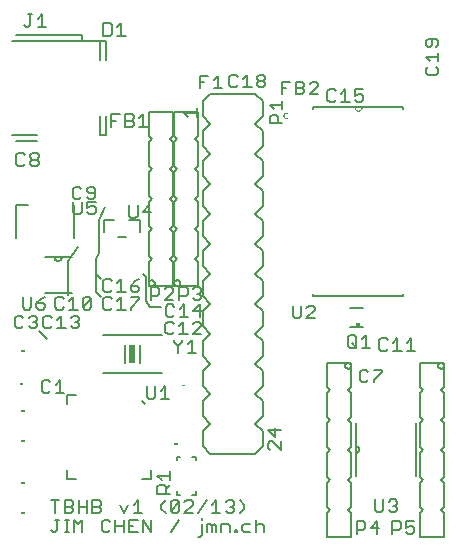
<source format=gto>
G75*
G70*
%OFA0B0*%
%FSLAX24Y24*%
%IPPOS*%
%LPD*%
%AMOC8*
5,1,8,0,0,1.08239X$1,22.5*
%
%ADD10C,0.0080*%
%ADD11C,0.0060*%
%ADD12C,0.0000*%
%ADD13C,0.0160*%
%ADD14C,0.0050*%
%ADD15R,0.0200X0.0600*%
D10*
X001640Y000660D02*
X001710Y000590D01*
X001780Y000590D01*
X001850Y000660D01*
X001850Y001010D01*
X001780Y001010D02*
X001920Y001010D01*
X002100Y001010D02*
X002241Y001010D01*
X002170Y001010D02*
X002170Y000590D01*
X002100Y000590D02*
X002241Y000590D01*
X002407Y000590D02*
X002407Y001010D01*
X002547Y000870D01*
X002688Y001010D01*
X002688Y000590D01*
X003328Y000660D02*
X003398Y000590D01*
X003538Y000590D01*
X003608Y000660D01*
X003788Y000590D02*
X003788Y001010D01*
X003608Y000940D02*
X003538Y001010D01*
X003398Y001010D01*
X003328Y000940D01*
X003328Y000660D01*
X003788Y000800D02*
X004069Y000800D01*
X004249Y000800D02*
X004389Y000800D01*
X004249Y000590D02*
X004529Y000590D01*
X004709Y000590D02*
X004709Y001010D01*
X004990Y000590D01*
X004990Y001010D01*
X004683Y001240D02*
X004402Y001240D01*
X004542Y001240D02*
X004542Y001660D01*
X004402Y001520D01*
X004222Y001520D02*
X004082Y001240D01*
X003942Y001520D01*
X004069Y001010D02*
X004069Y000590D01*
X004249Y000590D02*
X004249Y001010D01*
X004529Y001010D01*
X005190Y001885D02*
X005190Y002095D01*
X005260Y002165D01*
X005400Y002165D01*
X005470Y002095D01*
X005470Y001885D01*
X005610Y001885D02*
X005190Y001885D01*
X005470Y002025D02*
X005610Y002165D01*
X005610Y002345D02*
X005610Y002626D01*
X005610Y002486D02*
X005190Y002486D01*
X005330Y002345D01*
X005835Y001968D02*
X005835Y001850D01*
X005953Y001850D01*
X005840Y001660D02*
X005910Y001590D01*
X005630Y001310D01*
X005700Y001240D01*
X005840Y001240D01*
X005910Y001310D01*
X005910Y001590D01*
X005840Y001660D02*
X005700Y001660D01*
X005630Y001590D01*
X005630Y001310D01*
X005910Y001010D02*
X005630Y000590D01*
X005463Y001240D02*
X005323Y001380D01*
X005323Y001520D01*
X005463Y001660D01*
X006090Y001590D02*
X006161Y001660D01*
X006301Y001660D01*
X006371Y001590D01*
X006371Y001520D01*
X006090Y001240D01*
X006371Y001240D01*
X006551Y001240D02*
X006831Y001660D01*
X007011Y001520D02*
X007151Y001660D01*
X007151Y001240D01*
X007011Y001240D02*
X007291Y001240D01*
X007472Y001310D02*
X007542Y001240D01*
X007682Y001240D01*
X007752Y001310D01*
X007752Y001380D01*
X007682Y001450D01*
X007612Y001450D01*
X007682Y001450D02*
X007752Y001520D01*
X007752Y001590D01*
X007682Y001660D01*
X007542Y001660D01*
X007472Y001590D01*
X007932Y001660D02*
X008072Y001520D01*
X008072Y001380D01*
X007932Y001240D01*
X008079Y000870D02*
X008009Y000800D01*
X008009Y000660D01*
X008079Y000590D01*
X008289Y000590D01*
X008469Y000590D02*
X008469Y001010D01*
X008539Y000870D02*
X008679Y000870D01*
X008749Y000800D01*
X008749Y000590D01*
X008469Y000800D02*
X008539Y000870D01*
X008289Y000870D02*
X008079Y000870D01*
X007849Y000660D02*
X007849Y000590D01*
X007779Y000590D01*
X007779Y000660D01*
X007849Y000660D01*
X007598Y000590D02*
X007598Y000800D01*
X007528Y000870D01*
X007318Y000870D01*
X007318Y000590D01*
X007138Y000590D02*
X007138Y000800D01*
X007068Y000870D01*
X006998Y000800D01*
X006998Y000590D01*
X006858Y000590D02*
X006858Y000870D01*
X006928Y000870D01*
X006998Y000800D01*
X006691Y000870D02*
X006691Y000520D01*
X006621Y000450D01*
X006551Y000450D01*
X006691Y001010D02*
X006691Y001080D01*
X006465Y001850D02*
X006347Y001850D01*
X006465Y001850D02*
X006465Y001968D01*
X006465Y002992D02*
X006465Y003110D01*
X006347Y003110D01*
X005953Y003110D02*
X005835Y003110D01*
X005835Y002992D01*
X005580Y005040D02*
X005300Y005040D01*
X005440Y005040D02*
X005440Y005460D01*
X005300Y005320D01*
X005119Y005460D02*
X005119Y005110D01*
X005049Y005040D01*
X004909Y005040D01*
X004839Y005110D01*
X004839Y005460D01*
X004600Y006250D02*
X004600Y006850D01*
X004100Y006850D02*
X004100Y006250D01*
X003366Y005920D02*
X005334Y005920D01*
X005877Y006587D02*
X005877Y006798D01*
X006017Y006938D01*
X006017Y007008D01*
X006059Y007190D02*
X006059Y007610D01*
X005919Y007470D01*
X005739Y007540D02*
X005669Y007610D01*
X005529Y007610D01*
X005459Y007540D01*
X005459Y007260D01*
X005529Y007190D01*
X005669Y007190D01*
X005739Y007260D01*
X005919Y007190D02*
X006199Y007190D01*
X006380Y007190D02*
X006660Y007470D01*
X006660Y007540D01*
X006590Y007610D01*
X006450Y007610D01*
X006380Y007540D01*
X006209Y007770D02*
X005929Y007770D01*
X006069Y007770D02*
X006069Y008190D01*
X005929Y008050D01*
X005749Y008120D02*
X005679Y008190D01*
X005539Y008190D01*
X005469Y008120D01*
X005469Y007840D01*
X005539Y007770D01*
X005679Y007770D01*
X005749Y007840D01*
X005710Y008340D02*
X005430Y008340D01*
X005710Y008620D01*
X005710Y008690D01*
X005640Y008760D01*
X005500Y008760D01*
X005430Y008690D01*
X005249Y008690D02*
X005249Y008550D01*
X005179Y008480D01*
X004969Y008480D01*
X004969Y008340D02*
X004969Y008760D01*
X005179Y008760D01*
X005249Y008690D01*
X005300Y008100D02*
X004950Y008100D01*
X004800Y008300D01*
X004800Y009100D01*
X004700Y009200D01*
X004591Y009030D02*
X004451Y008960D01*
X004311Y008820D01*
X004521Y008820D01*
X004591Y008750D01*
X004591Y008680D01*
X004521Y008610D01*
X004381Y008610D01*
X004311Y008680D01*
X004311Y008820D01*
X004131Y008610D02*
X003850Y008610D01*
X003991Y008610D02*
X003991Y009030D01*
X003850Y008890D01*
X003670Y008960D02*
X003600Y009030D01*
X003460Y009030D01*
X003390Y008960D01*
X003390Y008680D01*
X003460Y008610D01*
X003600Y008610D01*
X003670Y008680D01*
X003600Y008430D02*
X003460Y008430D01*
X003390Y008360D01*
X003390Y008080D01*
X003460Y008010D01*
X003600Y008010D01*
X003670Y008080D01*
X003850Y008010D02*
X004131Y008010D01*
X003991Y008010D02*
X003991Y008430D01*
X003850Y008290D01*
X003670Y008360D02*
X003600Y008430D01*
X003300Y008450D02*
X003150Y008600D01*
X003150Y009200D01*
X003300Y009050D01*
X003150Y009200D02*
X003150Y009700D01*
X003250Y009900D01*
X003250Y011000D01*
X003450Y011450D01*
X003131Y011400D02*
X003131Y011260D01*
X003061Y011190D01*
X002920Y011190D01*
X002850Y011260D01*
X002850Y011400D02*
X002991Y011470D01*
X003061Y011470D01*
X003131Y011400D01*
X003131Y011610D02*
X002850Y011610D01*
X002850Y011400D01*
X002670Y011260D02*
X002670Y011610D01*
X002579Y011690D02*
X002649Y011760D01*
X002579Y011690D02*
X002439Y011690D01*
X002369Y011760D01*
X002369Y012040D01*
X002439Y012110D01*
X002579Y012110D01*
X002649Y012040D01*
X002830Y012040D02*
X002830Y011970D01*
X002900Y011900D01*
X003110Y011900D01*
X003110Y011760D02*
X003110Y012040D01*
X003040Y012110D01*
X002900Y012110D01*
X002830Y012040D01*
X002830Y011760D02*
X002900Y011690D01*
X003040Y011690D01*
X003110Y011760D01*
X002670Y011260D02*
X002600Y011190D01*
X002460Y011190D01*
X002390Y011260D01*
X002390Y011610D01*
X002400Y011502D02*
X002400Y010400D01*
X002550Y010100D02*
X002200Y009650D01*
X002200Y008500D01*
X002330Y008580D02*
X001430Y008580D01*
X001441Y008440D02*
X001301Y008370D01*
X001160Y008230D01*
X001371Y008230D01*
X001441Y008160D01*
X001441Y008090D01*
X001371Y008020D01*
X001230Y008020D01*
X001160Y008090D01*
X001160Y008230D01*
X000980Y008090D02*
X000980Y008440D01*
X000980Y008090D02*
X000910Y008020D01*
X000770Y008020D01*
X000700Y008090D01*
X000700Y008440D01*
X000650Y007810D02*
X000510Y007810D01*
X000440Y007740D01*
X000440Y007460D01*
X000510Y007390D01*
X000650Y007390D01*
X000720Y007460D01*
X000900Y007460D02*
X000970Y007390D01*
X001111Y007390D01*
X001181Y007460D01*
X001181Y007530D01*
X001111Y007600D01*
X001041Y007600D01*
X001111Y007600D02*
X001181Y007670D01*
X001181Y007740D01*
X001111Y007810D01*
X000970Y007810D01*
X000900Y007740D01*
X000720Y007740D02*
X000650Y007810D01*
X001250Y007300D02*
X001500Y007050D01*
X001460Y007390D02*
X001600Y007390D01*
X001670Y007460D01*
X001460Y007390D02*
X001390Y007460D01*
X001390Y007740D01*
X001460Y007810D01*
X001600Y007810D01*
X001670Y007740D01*
X001850Y007670D02*
X001991Y007810D01*
X001991Y007390D01*
X002131Y007390D02*
X001850Y007390D01*
X002311Y007460D02*
X002381Y007390D01*
X002521Y007390D01*
X002591Y007460D01*
X002591Y007530D01*
X002521Y007600D01*
X002451Y007600D01*
X002521Y007600D02*
X002591Y007670D01*
X002591Y007740D01*
X002521Y007810D01*
X002381Y007810D01*
X002311Y007740D01*
X002250Y008020D02*
X002531Y008020D01*
X002391Y008020D02*
X002391Y008440D01*
X002250Y008300D01*
X002070Y008370D02*
X002000Y008440D01*
X001860Y008440D01*
X001790Y008370D01*
X001790Y008090D01*
X001860Y008020D01*
X002000Y008020D01*
X002070Y008090D01*
X002711Y008090D02*
X002991Y008370D01*
X002991Y008090D01*
X002921Y008020D01*
X002781Y008020D01*
X002711Y008090D01*
X002711Y008370D01*
X002781Y008440D01*
X002921Y008440D01*
X002991Y008370D01*
X003366Y007180D02*
X005334Y007180D01*
X005737Y007008D02*
X005737Y006938D01*
X005877Y006798D01*
X006197Y006868D02*
X006337Y007008D01*
X006337Y006587D01*
X006197Y006587D02*
X006477Y006587D01*
X006380Y007190D02*
X006660Y007190D01*
X006600Y007770D02*
X006600Y008190D01*
X006390Y007980D01*
X006670Y007980D01*
X006590Y008340D02*
X006450Y008340D01*
X006380Y008410D01*
X006520Y008550D02*
X006590Y008550D01*
X006660Y008480D01*
X006660Y008410D01*
X006590Y008340D01*
X006590Y008550D02*
X006660Y008620D01*
X006660Y008690D01*
X006590Y008760D01*
X006450Y008760D01*
X006380Y008690D01*
X006199Y008690D02*
X006199Y008550D01*
X006129Y008480D01*
X005919Y008480D01*
X005919Y008340D02*
X005919Y008760D01*
X006129Y008760D01*
X006199Y008690D01*
X004591Y008430D02*
X004591Y008360D01*
X004311Y008080D01*
X004311Y008010D01*
X004311Y008430D02*
X004591Y008430D01*
X004459Y011070D02*
X004319Y011070D01*
X004249Y011140D01*
X004249Y011490D01*
X004529Y011490D02*
X004529Y011140D01*
X004459Y011070D01*
X004710Y011280D02*
X004990Y011280D01*
X004920Y011070D02*
X004920Y011490D01*
X004710Y011280D01*
X003480Y013825D02*
X003283Y013825D01*
X003283Y014475D01*
X003480Y014475D02*
X003480Y013825D01*
X003660Y014110D02*
X003660Y014530D01*
X003940Y014530D01*
X003800Y014320D02*
X003660Y014320D01*
X004120Y014320D02*
X004331Y014320D01*
X004401Y014250D01*
X004401Y014180D01*
X004331Y014110D01*
X004120Y014110D01*
X004120Y014530D01*
X004331Y014530D01*
X004401Y014460D01*
X004401Y014390D01*
X004331Y014320D01*
X004581Y014390D02*
X004721Y014530D01*
X004721Y014110D01*
X004581Y014110D02*
X004861Y014110D01*
X003480Y016325D02*
X003480Y016975D01*
X003283Y016975D01*
X003283Y016325D01*
X003283Y016975D02*
X002692Y016975D01*
X002692Y017172D01*
X000468Y017172D01*
X000346Y016975D02*
X002692Y016975D01*
X003392Y017146D02*
X003602Y017146D01*
X003673Y017216D01*
X003673Y017497D01*
X003602Y017567D01*
X003392Y017567D01*
X003392Y017146D01*
X003853Y017146D02*
X004133Y017146D01*
X003993Y017146D02*
X003993Y017567D01*
X003853Y017427D01*
X001481Y017440D02*
X001200Y017440D01*
X001341Y017440D02*
X001341Y017860D01*
X001200Y017720D01*
X001020Y017860D02*
X000880Y017860D01*
X000950Y017860D02*
X000950Y017510D01*
X000880Y017440D01*
X000810Y017440D01*
X000740Y017510D01*
X000346Y013825D02*
X001192Y013825D01*
X001192Y013628D02*
X000468Y013628D01*
X000560Y013230D02*
X000490Y013160D01*
X000490Y012880D01*
X000560Y012810D01*
X000700Y012810D01*
X000770Y012880D01*
X000950Y012880D02*
X000950Y012950D01*
X001020Y013020D01*
X001161Y013020D01*
X001231Y012950D01*
X001231Y012880D01*
X001161Y012810D01*
X001020Y012810D01*
X000950Y012880D01*
X001020Y013020D02*
X000950Y013090D01*
X000950Y013160D01*
X001020Y013230D01*
X001161Y013230D01*
X001231Y013160D01*
X001231Y013090D01*
X001161Y013020D01*
X000770Y013160D02*
X000700Y013230D01*
X000560Y013230D01*
X000471Y011502D02*
X000865Y011502D01*
X000471Y011502D02*
X000471Y010400D01*
X001430Y009760D02*
X001760Y009760D01*
X002000Y009760D01*
X002330Y009760D01*
X002000Y009760D02*
X001998Y009739D01*
X001993Y009719D01*
X001984Y009700D01*
X001972Y009683D01*
X001957Y009668D01*
X001940Y009656D01*
X001921Y009647D01*
X001901Y009642D01*
X001880Y009640D01*
X001859Y009642D01*
X001839Y009647D01*
X001820Y009656D01*
X001803Y009668D01*
X001788Y009683D01*
X001776Y009700D01*
X001767Y009719D01*
X001762Y009739D01*
X001760Y009760D01*
X001941Y005660D02*
X001941Y005240D01*
X002081Y005240D02*
X001800Y005240D01*
X001620Y005310D02*
X001550Y005240D01*
X001410Y005240D01*
X001340Y005310D01*
X001340Y005590D01*
X001410Y005660D01*
X001550Y005660D01*
X001620Y005590D01*
X001800Y005520D02*
X001941Y005660D01*
X001920Y001660D02*
X001640Y001660D01*
X001780Y001660D02*
X001780Y001240D01*
X002100Y001240D02*
X002100Y001660D01*
X002311Y001660D01*
X002381Y001590D01*
X002381Y001520D01*
X002311Y001450D01*
X002100Y001450D01*
X002100Y001240D02*
X002311Y001240D01*
X002381Y001310D01*
X002381Y001380D01*
X002311Y001450D01*
X002561Y001450D02*
X002841Y001450D01*
X003021Y001450D02*
X003231Y001450D01*
X003301Y001380D01*
X003301Y001310D01*
X003231Y001240D01*
X003021Y001240D01*
X003021Y001660D01*
X003231Y001660D01*
X003301Y001590D01*
X003301Y001520D01*
X003231Y001450D01*
X002841Y001660D02*
X002841Y001240D01*
X002561Y001240D02*
X002561Y001660D01*
X009699Y007800D02*
X009769Y007730D01*
X009909Y007730D01*
X009979Y007800D01*
X009979Y008150D01*
X010160Y008080D02*
X010230Y008150D01*
X010370Y008150D01*
X010440Y008080D01*
X010440Y008010D01*
X010160Y007730D01*
X010440Y007730D01*
X009699Y007800D02*
X009699Y008150D01*
X011540Y007100D02*
X011540Y006820D01*
X011610Y006750D01*
X011750Y006750D01*
X011820Y006820D01*
X011820Y007100D01*
X011750Y007170D01*
X011610Y007170D01*
X011540Y007100D01*
X011680Y006890D02*
X011820Y006750D01*
X012000Y006750D02*
X012281Y006750D01*
X012141Y006750D02*
X012141Y007170D01*
X012000Y007030D01*
X012057Y007435D02*
X011623Y007435D01*
X011623Y008065D02*
X012057Y008065D01*
X012660Y007060D02*
X012590Y006990D01*
X012590Y006710D01*
X012660Y006640D01*
X012800Y006640D01*
X012870Y006710D01*
X013050Y006640D02*
X013331Y006640D01*
X013191Y006640D02*
X013191Y007060D01*
X013050Y006920D01*
X012870Y006990D02*
X012800Y007060D01*
X012660Y007060D01*
X013511Y006920D02*
X013651Y007060D01*
X013651Y006640D01*
X013511Y006640D02*
X013791Y006640D01*
X012681Y006020D02*
X012681Y005950D01*
X012400Y005670D01*
X012400Y005600D01*
X012220Y005670D02*
X012150Y005600D01*
X012010Y005600D01*
X011940Y005670D01*
X011940Y005950D01*
X012010Y006020D01*
X012150Y006020D01*
X012220Y005950D01*
X012400Y006020D02*
X012681Y006020D01*
X012720Y001690D02*
X012720Y001340D01*
X012650Y001270D01*
X012510Y001270D01*
X012440Y001340D01*
X012440Y001690D01*
X012900Y001620D02*
X012970Y001690D01*
X013111Y001690D01*
X013181Y001620D01*
X013181Y001550D01*
X013111Y001480D01*
X013181Y001410D01*
X013181Y001340D01*
X013111Y001270D01*
X012970Y001270D01*
X012900Y001340D01*
X013041Y001480D02*
X013111Y001480D01*
X013019Y000960D02*
X013229Y000960D01*
X013299Y000890D01*
X013299Y000750D01*
X013229Y000680D01*
X013019Y000680D01*
X013019Y000540D02*
X013019Y000960D01*
X013480Y000960D02*
X013480Y000750D01*
X013620Y000820D01*
X013690Y000820D01*
X013760Y000750D01*
X013760Y000610D01*
X013690Y000540D01*
X013550Y000540D01*
X013480Y000610D01*
X013480Y000960D02*
X013760Y000960D01*
X012581Y000750D02*
X012300Y000750D01*
X012511Y000960D01*
X012511Y000540D01*
X012120Y000750D02*
X012050Y000680D01*
X011840Y000680D01*
X011840Y000540D02*
X011840Y000960D01*
X012050Y000960D01*
X012120Y000890D01*
X012120Y000750D01*
X009360Y014239D02*
X008940Y014239D01*
X008940Y014449D01*
X009010Y014519D01*
X009150Y014519D01*
X009220Y014449D01*
X009220Y014239D01*
X009360Y014700D02*
X009360Y014980D01*
X009360Y014840D02*
X008940Y014840D01*
X009080Y014700D01*
X009340Y015190D02*
X009340Y015610D01*
X009620Y015610D01*
X009800Y015610D02*
X010011Y015610D01*
X010081Y015540D01*
X010081Y015470D01*
X010011Y015400D01*
X009800Y015400D01*
X009800Y015190D02*
X010011Y015190D01*
X010081Y015260D01*
X010081Y015330D01*
X010011Y015400D01*
X009800Y015190D02*
X009800Y015610D01*
X009480Y015400D02*
X009340Y015400D01*
X008791Y015500D02*
X008721Y015430D01*
X008581Y015430D01*
X008511Y015500D01*
X008511Y015570D01*
X008581Y015640D01*
X008721Y015640D01*
X008791Y015570D01*
X008791Y015500D01*
X008721Y015640D02*
X008791Y015710D01*
X008791Y015780D01*
X008721Y015850D01*
X008581Y015850D01*
X008511Y015780D01*
X008511Y015710D01*
X008581Y015640D01*
X008331Y015430D02*
X008050Y015430D01*
X008191Y015430D02*
X008191Y015850D01*
X008050Y015710D01*
X007870Y015780D02*
X007800Y015850D01*
X007660Y015850D01*
X007590Y015780D01*
X007590Y015500D01*
X007660Y015430D01*
X007800Y015430D01*
X007870Y015500D01*
X007346Y015394D02*
X007066Y015394D01*
X007206Y015394D02*
X007206Y015815D01*
X007066Y015674D01*
X006886Y015815D02*
X006606Y015815D01*
X006606Y015394D01*
X006606Y015604D02*
X006746Y015604D01*
X010261Y015540D02*
X010331Y015610D01*
X010471Y015610D01*
X010541Y015540D01*
X010541Y015470D01*
X010261Y015190D01*
X010541Y015190D01*
X010859Y015290D02*
X010859Y015010D01*
X010929Y014940D01*
X011069Y014940D01*
X011139Y015010D01*
X011319Y014940D02*
X011599Y014940D01*
X011459Y014940D02*
X011459Y015360D01*
X011319Y015220D01*
X011139Y015290D02*
X011069Y015360D01*
X010929Y015360D01*
X010859Y015290D01*
X011780Y015360D02*
X011780Y015150D01*
X011920Y015220D01*
X011990Y015220D01*
X012060Y015150D01*
X012060Y015010D01*
X011990Y014940D01*
X011850Y014940D01*
X011780Y015010D01*
X011780Y015360D02*
X012060Y015360D01*
X014140Y015910D02*
X014210Y015840D01*
X014490Y015840D01*
X014560Y015910D01*
X014560Y016050D01*
X014490Y016120D01*
X014560Y016300D02*
X014560Y016581D01*
X014560Y016441D02*
X014140Y016441D01*
X014280Y016300D01*
X014210Y016120D02*
X014140Y016050D01*
X014140Y015910D01*
X014210Y016761D02*
X014280Y016761D01*
X014350Y016831D01*
X014350Y017041D01*
X014490Y017041D02*
X014210Y017041D01*
X014140Y016971D01*
X014140Y016831D01*
X014210Y016761D01*
X014490Y016761D02*
X014560Y016831D01*
X014560Y016971D01*
X014490Y017041D01*
D11*
X013370Y014770D02*
X012000Y014770D01*
X011760Y014770D01*
X010390Y014770D01*
X010390Y014690D01*
X008700Y014470D02*
X008450Y014220D01*
X008700Y013970D01*
X008700Y013470D01*
X008450Y013220D01*
X008700Y012970D01*
X008700Y012470D01*
X008450Y012220D01*
X008700Y011970D01*
X008700Y011470D01*
X008450Y011220D01*
X008700Y010970D01*
X008700Y010470D01*
X008450Y010220D01*
X008700Y009970D01*
X008700Y009470D01*
X008450Y009220D01*
X008700Y008970D01*
X008700Y008470D01*
X008450Y008220D01*
X008700Y007970D01*
X008700Y007470D01*
X008450Y007220D01*
X008700Y006970D01*
X008700Y006470D01*
X008450Y006220D01*
X008700Y005970D01*
X008700Y005470D01*
X008450Y005220D01*
X008700Y004970D01*
X008700Y004470D01*
X008450Y004220D01*
X008700Y003970D01*
X008700Y003470D01*
X008450Y003220D01*
X006950Y003220D01*
X006700Y003470D01*
X006700Y003970D01*
X006950Y004220D01*
X006700Y004470D01*
X006700Y004970D01*
X006950Y005220D01*
X006700Y005470D01*
X006700Y005970D01*
X006950Y006220D01*
X006700Y006470D01*
X006700Y006970D01*
X006950Y007220D01*
X006700Y007470D01*
X006700Y007970D01*
X006950Y008220D01*
X006700Y008470D01*
X006700Y008970D01*
X006950Y009220D01*
X006700Y009470D01*
X006700Y009970D01*
X006950Y010220D01*
X006700Y010470D01*
X006700Y010970D01*
X006950Y011220D01*
X006700Y011470D01*
X006700Y011970D01*
X006950Y012220D01*
X006700Y012470D01*
X006700Y012970D01*
X006950Y013220D01*
X006700Y013470D01*
X006700Y013970D01*
X006950Y014220D01*
X006700Y014470D01*
X006700Y014970D01*
X006950Y015220D01*
X008450Y015220D01*
X008700Y014970D01*
X008700Y014470D01*
X006550Y014600D02*
X006550Y013800D01*
X006450Y013700D01*
X006550Y013600D01*
X006550Y012800D01*
X006450Y012700D01*
X006550Y012600D01*
X006550Y011800D01*
X006450Y011700D01*
X006550Y011600D01*
X006550Y010800D01*
X006450Y010700D01*
X006550Y010600D01*
X006550Y009800D01*
X006450Y009700D01*
X006550Y009600D01*
X006550Y008800D01*
X005750Y008800D01*
X005750Y009600D01*
X005850Y009700D01*
X005750Y009800D01*
X005750Y010600D01*
X005850Y010700D01*
X005750Y010800D01*
X005750Y011600D01*
X005850Y011700D01*
X005750Y011800D01*
X005750Y012600D01*
X005850Y012700D01*
X005750Y012800D01*
X005750Y013600D01*
X005850Y013700D01*
X005750Y013800D01*
X005750Y014600D01*
X006550Y014600D01*
X005700Y014600D02*
X005700Y013800D01*
X005600Y013700D01*
X005700Y013600D01*
X005700Y012800D01*
X005600Y012700D01*
X005700Y012600D01*
X005700Y011800D01*
X005600Y011700D01*
X005700Y011600D01*
X005700Y010800D01*
X005600Y010700D01*
X005700Y010600D01*
X005700Y009800D01*
X005600Y009700D01*
X005700Y009600D01*
X005700Y008800D01*
X004900Y008800D01*
X004900Y009600D01*
X005000Y009700D01*
X004900Y009800D01*
X004900Y010600D01*
X005000Y010700D01*
X004900Y010800D01*
X004900Y011600D01*
X005000Y011700D01*
X004900Y011800D01*
X004900Y012600D01*
X005000Y012700D01*
X004900Y012800D01*
X004900Y013600D01*
X005000Y013700D01*
X004900Y013800D01*
X004900Y014600D01*
X005700Y014600D01*
X004600Y011000D02*
X004240Y011000D01*
X004600Y011000D02*
X004600Y010620D01*
X004130Y010440D02*
X003870Y010440D01*
X003400Y010620D02*
X003400Y011000D01*
X003760Y011000D01*
X002470Y005180D02*
X002170Y005180D01*
X002170Y004880D01*
X002170Y002680D02*
X002170Y002380D01*
X002470Y002380D01*
X004670Y002380D02*
X004970Y002380D01*
X004970Y002680D01*
X004770Y004880D02*
X004670Y004980D01*
X010390Y008470D02*
X013370Y008470D01*
X013370Y008550D01*
X013950Y006250D02*
X013950Y005450D01*
X014050Y005350D01*
X013950Y005250D01*
X013950Y004450D01*
X014050Y004350D01*
X013950Y004250D01*
X013950Y003450D01*
X014050Y003350D01*
X013950Y003250D01*
X013950Y002450D01*
X014050Y002350D01*
X013950Y002250D01*
X013950Y001450D01*
X014050Y001350D01*
X013950Y001250D01*
X013950Y000450D01*
X014750Y000450D01*
X014750Y001250D01*
X014650Y001350D01*
X014750Y001450D01*
X014750Y002250D01*
X014650Y002350D01*
X014750Y002450D01*
X014750Y003250D01*
X014650Y003350D01*
X014750Y003450D01*
X014750Y004250D01*
X014650Y004350D01*
X014750Y004450D01*
X014750Y005250D01*
X014650Y005350D01*
X014750Y005450D01*
X014750Y006250D01*
X013950Y006250D01*
X013800Y004240D02*
X013800Y002460D01*
X011800Y002460D02*
X011800Y003230D01*
X011800Y003470D01*
X011800Y004240D01*
X011650Y004250D02*
X011550Y004350D01*
X011650Y004450D01*
X011650Y005250D01*
X011550Y005350D01*
X011650Y005450D01*
X011650Y006250D01*
X010850Y006250D01*
X010850Y005450D01*
X010950Y005350D01*
X010850Y005250D01*
X010850Y004450D01*
X010950Y004350D01*
X010850Y004250D01*
X010850Y003450D01*
X010950Y003350D01*
X010850Y003250D01*
X010850Y002450D01*
X010950Y002350D01*
X010850Y002250D01*
X010850Y001450D01*
X010950Y001350D01*
X010850Y001250D01*
X010850Y000450D01*
X011650Y000450D01*
X011650Y001250D01*
X011550Y001350D01*
X011650Y001450D01*
X011650Y002250D01*
X011550Y002350D01*
X011650Y002450D01*
X011650Y003250D01*
X011550Y003350D01*
X011650Y003450D01*
X011650Y004250D01*
X011800Y003470D02*
X011821Y003468D01*
X011841Y003463D01*
X011860Y003454D01*
X011877Y003442D01*
X011892Y003427D01*
X011904Y003410D01*
X011913Y003391D01*
X011918Y003371D01*
X011920Y003350D01*
X011918Y003329D01*
X011913Y003309D01*
X011904Y003290D01*
X011892Y003273D01*
X011877Y003258D01*
X011860Y003246D01*
X011841Y003237D01*
X011821Y003232D01*
X011800Y003230D01*
X010390Y008470D02*
X010390Y008550D01*
X013370Y014690D02*
X013370Y014770D01*
D12*
X000650Y001260D02*
X000650Y001250D01*
X000650Y001253D02*
X000655Y001253D01*
X000657Y001255D01*
X000657Y001258D01*
X000655Y001260D01*
X000650Y001260D01*
X000659Y001260D02*
X000666Y001260D01*
X000668Y001260D02*
X000673Y001260D01*
X000675Y001258D01*
X000675Y001255D01*
X000673Y001253D01*
X000668Y001253D01*
X000668Y001250D02*
X000668Y001260D01*
X000663Y001260D02*
X000663Y001250D01*
X000672Y001253D02*
X000675Y001250D01*
X000678Y001250D02*
X000684Y001250D01*
X000681Y001250D02*
X000681Y001260D01*
X000678Y001257D01*
X000687Y001260D02*
X000694Y001260D01*
X000696Y001260D02*
X000701Y001260D01*
X000703Y001258D01*
X000703Y001255D01*
X000701Y001253D01*
X000696Y001253D01*
X000696Y001250D02*
X000696Y001260D01*
X000690Y001260D02*
X000690Y001250D01*
X000705Y001250D02*
X000712Y001250D01*
X000714Y001252D02*
X000716Y001250D01*
X000719Y001250D01*
X000721Y001252D01*
X000721Y001255D01*
X000719Y001257D01*
X000718Y001257D01*
X000714Y001255D01*
X000714Y001260D01*
X000721Y001260D01*
X000724Y001260D02*
X000729Y001260D01*
X000730Y001258D01*
X000730Y001255D01*
X000729Y001253D01*
X000724Y001253D01*
X000727Y001253D02*
X000730Y001250D01*
X000724Y001250D02*
X000724Y001260D01*
X000709Y001260D02*
X000709Y001250D01*
X000705Y001257D02*
X000709Y001260D01*
X000709Y002250D02*
X000709Y002260D01*
X000705Y002257D01*
X000703Y002258D02*
X000703Y002255D01*
X000701Y002253D01*
X000696Y002253D01*
X000696Y002250D02*
X000696Y002260D01*
X000701Y002260D01*
X000703Y002258D01*
X000705Y002250D02*
X000712Y002250D01*
X000714Y002252D02*
X000716Y002250D01*
X000719Y002250D01*
X000721Y002252D01*
X000721Y002255D01*
X000719Y002257D01*
X000718Y002257D01*
X000714Y002255D01*
X000714Y002260D01*
X000721Y002260D01*
X000724Y002260D02*
X000729Y002260D01*
X000730Y002258D01*
X000730Y002255D01*
X000729Y002253D01*
X000724Y002253D01*
X000727Y002253D02*
X000730Y002250D01*
X000724Y002250D02*
X000724Y002260D01*
X000694Y002260D02*
X000687Y002260D01*
X000690Y002260D02*
X000690Y002250D01*
X000684Y002250D02*
X000678Y002250D01*
X000675Y002250D02*
X000672Y002253D01*
X000673Y002253D02*
X000668Y002253D01*
X000668Y002250D02*
X000668Y002260D01*
X000673Y002260D01*
X000675Y002258D01*
X000675Y002255D01*
X000673Y002253D01*
X000678Y002257D02*
X000681Y002260D01*
X000681Y002250D01*
X000666Y002260D02*
X000659Y002260D01*
X000657Y002258D02*
X000657Y002255D01*
X000655Y002253D01*
X000650Y002253D01*
X000650Y002250D02*
X000650Y002260D01*
X000655Y002260D01*
X000657Y002258D01*
X000663Y002260D02*
X000663Y002250D01*
X000663Y003650D02*
X000663Y003660D01*
X000666Y003660D02*
X000659Y003660D01*
X000657Y003658D02*
X000657Y003655D01*
X000655Y003653D01*
X000650Y003653D01*
X000650Y003650D02*
X000650Y003660D01*
X000655Y003660D01*
X000657Y003658D01*
X000668Y003660D02*
X000673Y003660D01*
X000675Y003658D01*
X000675Y003655D01*
X000673Y003653D01*
X000668Y003653D01*
X000668Y003650D02*
X000668Y003660D01*
X000672Y003653D02*
X000675Y003650D01*
X000678Y003650D02*
X000684Y003650D01*
X000681Y003650D02*
X000681Y003660D01*
X000678Y003657D01*
X000687Y003660D02*
X000694Y003660D01*
X000696Y003660D02*
X000701Y003660D01*
X000703Y003658D01*
X000703Y003655D01*
X000701Y003653D01*
X000696Y003653D01*
X000696Y003650D02*
X000696Y003660D01*
X000690Y003660D02*
X000690Y003650D01*
X000705Y003650D02*
X000712Y003650D01*
X000714Y003652D02*
X000716Y003650D01*
X000719Y003650D01*
X000721Y003652D01*
X000721Y003655D01*
X000719Y003657D01*
X000718Y003657D01*
X000714Y003655D01*
X000714Y003660D01*
X000721Y003660D01*
X000724Y003660D02*
X000729Y003660D01*
X000730Y003658D01*
X000730Y003655D01*
X000729Y003653D01*
X000724Y003653D01*
X000727Y003653D02*
X000730Y003650D01*
X000724Y003650D02*
X000724Y003660D01*
X000709Y003660D02*
X000709Y003650D01*
X000705Y003657D02*
X000709Y003660D01*
X000709Y004650D02*
X000709Y004660D01*
X000705Y004657D01*
X000703Y004658D02*
X000703Y004655D01*
X000701Y004653D01*
X000696Y004653D01*
X000696Y004650D02*
X000696Y004660D01*
X000701Y004660D01*
X000703Y004658D01*
X000705Y004650D02*
X000712Y004650D01*
X000714Y004652D02*
X000716Y004650D01*
X000719Y004650D01*
X000721Y004652D01*
X000721Y004655D01*
X000719Y004657D01*
X000718Y004657D01*
X000714Y004655D01*
X000714Y004660D01*
X000721Y004660D01*
X000724Y004660D02*
X000729Y004660D01*
X000730Y004658D01*
X000730Y004655D01*
X000729Y004653D01*
X000724Y004653D01*
X000727Y004653D02*
X000730Y004650D01*
X000724Y004650D02*
X000724Y004660D01*
X000694Y004660D02*
X000687Y004660D01*
X000690Y004660D02*
X000690Y004650D01*
X000684Y004650D02*
X000678Y004650D01*
X000675Y004650D02*
X000672Y004653D01*
X000673Y004653D02*
X000668Y004653D01*
X000668Y004650D02*
X000668Y004660D01*
X000673Y004660D01*
X000675Y004658D01*
X000675Y004655D01*
X000673Y004653D01*
X000678Y004657D02*
X000681Y004660D01*
X000681Y004650D01*
X000666Y004660D02*
X000659Y004660D01*
X000657Y004658D02*
X000657Y004655D01*
X000655Y004653D01*
X000650Y004653D01*
X000650Y004650D02*
X000650Y004660D01*
X000655Y004660D01*
X000657Y004658D01*
X000663Y004660D02*
X000663Y004650D01*
X000655Y005550D02*
X000662Y005550D01*
X000664Y005552D02*
X000666Y005550D01*
X000669Y005550D01*
X000671Y005552D01*
X000671Y005555D01*
X000669Y005557D01*
X000668Y005557D01*
X000664Y005555D01*
X000664Y005560D01*
X000671Y005560D01*
X000674Y005560D02*
X000679Y005560D01*
X000680Y005558D01*
X000680Y005555D01*
X000679Y005553D01*
X000674Y005553D01*
X000677Y005553D02*
X000680Y005550D01*
X000674Y005550D02*
X000674Y005560D01*
X000659Y005560D02*
X000659Y005550D01*
X000655Y005557D02*
X000659Y005560D01*
X000653Y005558D02*
X000653Y005555D01*
X000651Y005553D01*
X000646Y005553D01*
X000646Y005550D02*
X000646Y005560D01*
X000651Y005560D01*
X000653Y005558D01*
X000644Y005560D02*
X000637Y005560D01*
X000640Y005560D02*
X000640Y005550D01*
X000634Y005550D02*
X000628Y005550D01*
X000625Y005550D02*
X000622Y005553D01*
X000623Y005553D02*
X000618Y005553D01*
X000618Y005550D02*
X000618Y005560D01*
X000623Y005560D01*
X000625Y005558D01*
X000625Y005555D01*
X000623Y005553D01*
X000628Y005557D02*
X000631Y005560D01*
X000631Y005550D01*
X000616Y005560D02*
X000609Y005560D01*
X000607Y005558D02*
X000607Y005555D01*
X000605Y005553D01*
X000600Y005553D01*
X000600Y005550D02*
X000600Y005560D01*
X000605Y005560D01*
X000607Y005558D01*
X000613Y005560D02*
X000613Y005550D01*
X000650Y006650D02*
X000650Y006660D01*
X000655Y006660D01*
X000657Y006658D01*
X000657Y006655D01*
X000655Y006653D01*
X000650Y006653D01*
X000659Y006660D02*
X000666Y006660D01*
X000668Y006660D02*
X000673Y006660D01*
X000675Y006658D01*
X000675Y006655D01*
X000673Y006653D01*
X000668Y006653D01*
X000668Y006650D02*
X000668Y006660D01*
X000663Y006660D02*
X000663Y006650D01*
X000672Y006653D02*
X000675Y006650D01*
X000678Y006650D02*
X000684Y006650D01*
X000681Y006650D02*
X000681Y006660D01*
X000678Y006657D01*
X000687Y006660D02*
X000694Y006660D01*
X000696Y006660D02*
X000701Y006660D01*
X000703Y006658D01*
X000703Y006655D01*
X000701Y006653D01*
X000696Y006653D01*
X000696Y006650D02*
X000696Y006660D01*
X000690Y006660D02*
X000690Y006650D01*
X000705Y006650D02*
X000712Y006650D01*
X000714Y006652D02*
X000716Y006650D01*
X000719Y006650D01*
X000721Y006652D01*
X000721Y006655D01*
X000719Y006657D01*
X000718Y006657D01*
X000714Y006655D01*
X000714Y006660D01*
X000721Y006660D01*
X000724Y006660D02*
X000729Y006660D01*
X000730Y006658D01*
X000730Y006655D01*
X000729Y006653D01*
X000724Y006653D01*
X000727Y006653D02*
X000730Y006650D01*
X000724Y006650D02*
X000724Y006660D01*
X000709Y006660D02*
X000709Y006650D01*
X000705Y006657D02*
X000709Y006660D01*
X005750Y003560D02*
X005755Y003560D01*
X005757Y003558D01*
X005757Y003555D01*
X005755Y003553D01*
X005750Y003553D01*
X005750Y003550D02*
X005750Y003560D01*
X005759Y003560D02*
X005766Y003560D01*
X005768Y003560D02*
X005773Y003560D01*
X005775Y003558D01*
X005775Y003555D01*
X005773Y003553D01*
X005768Y003553D01*
X005768Y003550D02*
X005768Y003560D01*
X005763Y003560D02*
X005763Y003550D01*
X005772Y003553D02*
X005775Y003550D01*
X005778Y003550D02*
X005784Y003550D01*
X005781Y003550D02*
X005781Y003560D01*
X005778Y003557D01*
X005787Y003560D02*
X005794Y003560D01*
X005796Y003560D02*
X005801Y003560D01*
X005803Y003558D01*
X005803Y003555D01*
X005801Y003553D01*
X005796Y003553D01*
X005796Y003550D02*
X005796Y003560D01*
X005790Y003560D02*
X005790Y003550D01*
X005805Y003550D02*
X005812Y003550D01*
X005814Y003552D02*
X005816Y003550D01*
X005819Y003550D01*
X005821Y003552D01*
X005821Y003555D01*
X005819Y003557D01*
X005818Y003557D01*
X005814Y003555D01*
X005814Y003560D01*
X005821Y003560D01*
X005824Y003560D02*
X005829Y003560D01*
X005830Y003558D01*
X005830Y003555D01*
X005829Y003553D01*
X005824Y003553D01*
X005827Y003553D02*
X005830Y003550D01*
X005824Y003550D02*
X005824Y003560D01*
X005809Y003560D02*
X005809Y003550D01*
X005805Y003557D02*
X005809Y003560D01*
X006000Y005500D02*
X006000Y005510D01*
X006005Y005510D01*
X006007Y005508D01*
X006007Y005505D01*
X006005Y005503D01*
X006000Y005503D01*
X006009Y005510D02*
X006016Y005510D01*
X006018Y005510D02*
X006023Y005510D01*
X006025Y005508D01*
X006025Y005505D01*
X006023Y005503D01*
X006018Y005503D01*
X006018Y005500D02*
X006018Y005510D01*
X006013Y005510D02*
X006013Y005500D01*
X006022Y005503D02*
X006025Y005500D01*
X006028Y005500D02*
X006034Y005500D01*
X006031Y005500D02*
X006031Y005510D01*
X006028Y005507D01*
X006037Y005510D02*
X006044Y005510D01*
X006046Y005510D02*
X006051Y005510D01*
X006053Y005508D01*
X006053Y005505D01*
X006051Y005503D01*
X006046Y005503D01*
X006046Y005500D02*
X006046Y005510D01*
X006040Y005510D02*
X006040Y005500D01*
X006055Y005500D02*
X006062Y005500D01*
X006064Y005502D02*
X006066Y005500D01*
X006069Y005500D01*
X006071Y005502D01*
X006071Y005505D01*
X006069Y005507D01*
X006068Y005507D01*
X006064Y005505D01*
X006064Y005510D01*
X006071Y005510D01*
X006074Y005510D02*
X006079Y005510D01*
X006080Y005508D01*
X006080Y005505D01*
X006079Y005503D01*
X006074Y005503D01*
X006077Y005503D02*
X006080Y005500D01*
X006074Y005500D02*
X006074Y005510D01*
X006059Y005510D02*
X006059Y005500D01*
X006055Y005507D02*
X006059Y005510D01*
X009510Y014420D02*
X009494Y014414D01*
X009476Y014412D01*
X009459Y014414D01*
X009442Y014419D01*
X009427Y014427D01*
X009414Y014439D01*
X009403Y014453D01*
X009396Y014469D01*
X009392Y014486D01*
X009392Y014504D01*
X009396Y014521D01*
X009403Y014537D01*
X009414Y014551D01*
X009427Y014563D01*
X009442Y014571D01*
X009459Y014576D01*
X009476Y014578D01*
X009494Y014576D01*
X009510Y014570D01*
X011760Y014770D02*
X011762Y014749D01*
X011767Y014729D01*
X011776Y014710D01*
X011788Y014693D01*
X011803Y014678D01*
X011820Y014666D01*
X011839Y014657D01*
X011859Y014652D01*
X011880Y014650D01*
X011901Y014652D01*
X011921Y014657D01*
X011940Y014666D01*
X011957Y014678D01*
X011972Y014693D01*
X011984Y014710D01*
X011993Y014729D01*
X011998Y014749D01*
X012000Y014770D01*
D13*
X011868Y007494D03*
D14*
X011450Y006150D02*
X011452Y006170D01*
X011458Y006188D01*
X011467Y006206D01*
X011479Y006221D01*
X011494Y006233D01*
X011512Y006242D01*
X011530Y006248D01*
X011550Y006250D01*
X011570Y006248D01*
X011588Y006242D01*
X011606Y006233D01*
X011621Y006221D01*
X011633Y006206D01*
X011642Y006188D01*
X011648Y006170D01*
X011650Y006150D01*
X011648Y006130D01*
X011642Y006112D01*
X011633Y006094D01*
X011621Y006079D01*
X011606Y006067D01*
X011588Y006058D01*
X011570Y006052D01*
X011550Y006050D01*
X011530Y006052D01*
X011512Y006058D01*
X011494Y006067D01*
X011479Y006079D01*
X011467Y006094D01*
X011458Y006112D01*
X011452Y006130D01*
X011450Y006150D01*
X009325Y004010D02*
X008875Y004010D01*
X009100Y003785D01*
X009100Y004085D01*
X009025Y003624D02*
X008950Y003624D01*
X008875Y003549D01*
X008875Y003399D01*
X008950Y003324D01*
X009025Y003624D02*
X009325Y003324D01*
X009325Y003624D01*
X005750Y008900D02*
X005752Y008920D01*
X005758Y008938D01*
X005767Y008956D01*
X005779Y008971D01*
X005794Y008983D01*
X005812Y008992D01*
X005830Y008998D01*
X005850Y009000D01*
X005870Y008998D01*
X005888Y008992D01*
X005906Y008983D01*
X005921Y008971D01*
X005933Y008956D01*
X005942Y008938D01*
X005948Y008920D01*
X005950Y008900D01*
X005948Y008880D01*
X005942Y008862D01*
X005933Y008844D01*
X005921Y008829D01*
X005906Y008817D01*
X005888Y008808D01*
X005870Y008802D01*
X005850Y008800D01*
X005830Y008802D01*
X005812Y008808D01*
X005794Y008817D01*
X005779Y008829D01*
X005767Y008844D01*
X005758Y008862D01*
X005752Y008880D01*
X005750Y008900D01*
X004900Y008900D02*
X004902Y008920D01*
X004908Y008938D01*
X004917Y008956D01*
X004929Y008971D01*
X004944Y008983D01*
X004962Y008992D01*
X004980Y008998D01*
X005000Y009000D01*
X005020Y008998D01*
X005038Y008992D01*
X005056Y008983D01*
X005071Y008971D01*
X005083Y008956D01*
X005092Y008938D01*
X005098Y008920D01*
X005100Y008900D01*
X005098Y008880D01*
X005092Y008862D01*
X005083Y008844D01*
X005071Y008829D01*
X005056Y008817D01*
X005038Y008808D01*
X005020Y008802D01*
X005000Y008800D01*
X004980Y008802D01*
X004962Y008808D01*
X004944Y008817D01*
X004929Y008829D01*
X004917Y008844D01*
X004908Y008862D01*
X004902Y008880D01*
X004900Y008900D01*
X006225Y014435D02*
X006075Y014585D01*
X006525Y014585D01*
X006525Y014435D02*
X006525Y014735D01*
X014550Y006150D02*
X014552Y006170D01*
X014558Y006188D01*
X014567Y006206D01*
X014579Y006221D01*
X014594Y006233D01*
X014612Y006242D01*
X014630Y006248D01*
X014650Y006250D01*
X014670Y006248D01*
X014688Y006242D01*
X014706Y006233D01*
X014721Y006221D01*
X014733Y006206D01*
X014742Y006188D01*
X014748Y006170D01*
X014750Y006150D01*
X014748Y006130D01*
X014742Y006112D01*
X014733Y006094D01*
X014721Y006079D01*
X014706Y006067D01*
X014688Y006058D01*
X014670Y006052D01*
X014650Y006050D01*
X014630Y006052D01*
X014612Y006058D01*
X014594Y006067D01*
X014579Y006079D01*
X014567Y006094D01*
X014558Y006112D01*
X014552Y006130D01*
X014550Y006150D01*
D15*
X004350Y006550D03*
M02*

</source>
